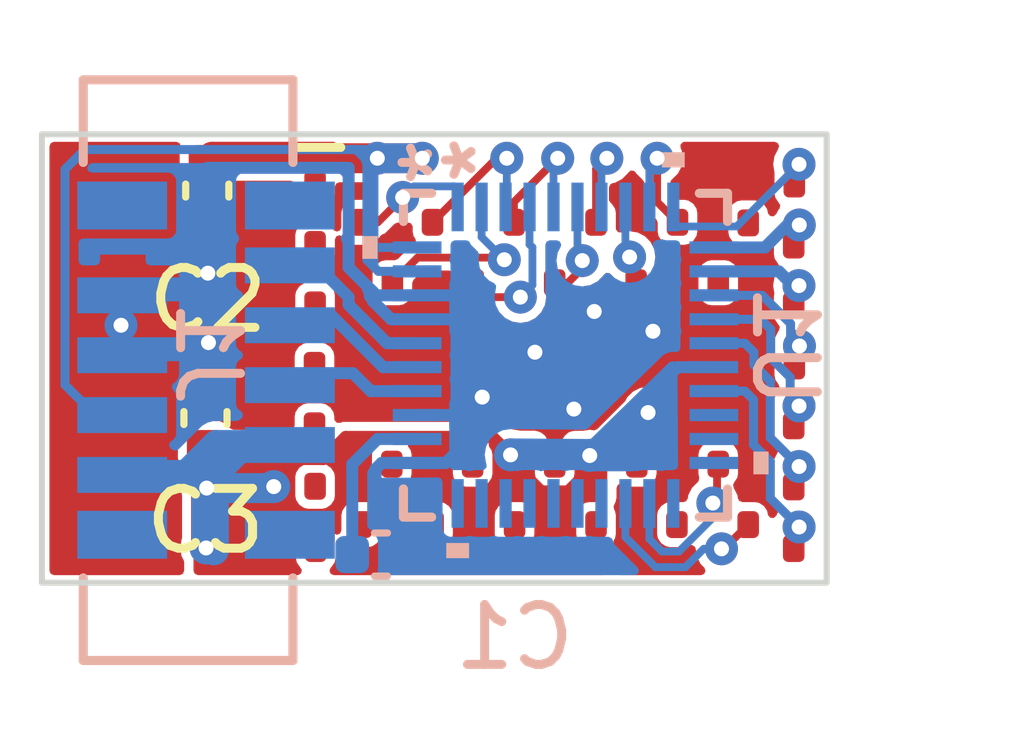
<source format=kicad_pcb>
(kicad_pcb (version 20240108) (generator "pcbnew") (generator_version "8.0")
  (layers (0 "F.Cu" signal) (31 "B.Cu" signal) (34 "B.Paste" user) (35 "F.Paste" user) (36 "B.SilkS" user "B.Silkscreen") (37 "F.SilkS" user "F.Silkscreen") (38 "B.Mask" user) (39 "F.Mask" user) (44 "Edge.Cuts" user))
  (net 0 "")
  (net 1 "/Col8")
  (net 2 "/Col1")
  (net 3 "/Col2")
  (net 4 "/Col3")
  (net 5 "/Col4")
  (net 6 "/Col5")
  (net 7 "/Col6")
  (net 8 "/Col7")
  (net 9 "/Col10")
  (net 10 "/Col9")
  (net 11 "/Row1")
  (net 12 "/Row2")
  (net 13 "/Row3")
  (net 14 "/Row4")
  (net 15 "/Row5")
  (net 16 "/Row6")
  (net 17 "/Row7")
  (net 18 "/Col11")
  (net 19 "/VLED")
  (net 31 "GND")
  (net 32 "Net-(U1-VCAP)")
  (net 33 "/Vsync")
  (net 34 "/SCL")
  (net 35 "/SDA")
  (net 36 "+5V")
  (footprint "Custom footprints:Column Via" (layer "F.Cu") (at 5.26 6.2 180)
    (property "Reference" "H17" (hide yes))
    (property "Value" "Via Pad" (hide yes))
    (pad "1" smd roundrect (at 0 0 180) (size 0.36 0.45) (layers "F.Cu" "F.Paste" "F.Mask") (net 7 "/Col6"))
  )
  (footprint "Custom footprints:Column Via" (layer "F.Cu") (at 7.99 3.17 180)
    (property "Reference" "H34" (hide yes))
    (property "Value" "Via Pad" (hide yes))
    (pad "1" smd roundrect (at 0 0 180) (size 0.36 0.45) (layers "F.Cu" "F.Paste" "F.Mask") (net 9 "/Col10"))
  )
  (footprint "Custom footprints:Column Via" (layer "F.Cu") (at 9.25 6.58)
    (property "Reference" "H11" (hide yes))
    (property "Value" "Via Pad" (hide yes))
    (pad "1" smd roundrect (at 0 0) (size 0.36 0.45) (layers "F.Cu" "F.Paste" "F.Mask") (net 16 "/Row6"))
  )
  (footprint "Custom footprints:Column Via" (layer "F.Cu") (at 2.54 6.2 180)
    (property "Reference" "H26" (hide yes))
    (property "Value" "Via Pad" (hide yes))
    (pad "1" smd roundrect (at 0 0 180) (size 0.36 0.45) (layers "F.Cu" "F.Paste" "F.Mask") (net 3 "/Col2"))
  )
  (footprint "Custom footprints:Column Via" (layer "F.Cu") (at 9.25 3.55)
    (property "Reference" "H5" (hide yes))
    (property "Value" "Via Pad" (hide yes))
    (pad "1" smd roundrect (at 0 0) (size 0.36 0.45) (layers "F.Cu" "F.Paste" "F.Mask") (net 13 "/Row3"))
  )
  (footprint "Custom footprints:Column Via" (layer "F.Cu") (at 1.26 3.54)
    (property "Reference" "H6" (hide yes))
    (property "Value" "Via Pad" (hide yes))
    (pad "1" smd roundrect (at 0 0) (size 0.36 0.45) (layers "F.Cu" "F.Paste" "F.Mask") (net 13 "/Row3"))
  )
  (footprint "Custom footprints:Column Via" (layer "F.Cu") (at 2.55 3.17 180)
    (property "Reference" "H25" (hide yes))
    (property "Value" "Via Pad" (hide yes))
    (pad "1" smd roundrect (at 0 0 180) (size 0.36 0.45) (layers "F.Cu" "F.Paste" "F.Mask") (net 3 "/Col2"))
  )
  (footprint "Custom footprints:Column Via" (layer "F.Cu") (at 7.99 6.2 180)
    (property "Reference" "H33" (hide yes))
    (property "Value" "Via Pad" (hide yes))
    (pad "1" smd roundrect (at 0 0 180) (size 0.36 0.45) (layers "F.Cu" "F.Paste" "F.Mask") (net 9 "/Col10"))
  )
  (footprint "Custom footprints:Column Via" (layer "F.Cu") (at 4.59 7.21 180)
    (property "Reference" "H20" (hide yes))
    (property "Value" "Via Pad" (hide yes))
    (pad "1" smd roundrect (at 0 0 180) (size 0.36 0.45) (layers "F.Cu" "F.Paste" "F.Mask") (net 6 "/Col5"))
  )
  (footprint "Custom footprints:Column Via" (layer "F.Cu") (at 9.26 1.52)
    (property "Reference" "H1" (hide yes))
    (property "Value" "Via Pad" (hide yes))
    (pad "1" smd roundrect (at 0 0) (size 0.36 0.45) (layers "F.Cu" "F.Paste" "F.Mask") (net 11 "/Row1"))
  )
  (footprint "Custom footprints:Column Via" (layer "F.Cu") (at 8.49 2.17 180)
    (property "Reference" "H36" (hide yes))
    (property "Value" "Via Pad" (hide yes))
    (pad "1" smd roundrect (at 0 0 180) (size 0.36 0.45) (layers "F.Cu" "F.Paste" "F.Mask") (net 18 "/Col11"))
  )
  (footprint "Custom footprints:Column Via" (layer "F.Cu") (at 4.58 2.16 180)
    (property "Reference" "H19" (hide yes))
    (property "Value" "Via Pad" (hide yes))
    (pad "1" smd roundrect (at 0 0 180) (size 0.36 0.45) (layers "F.Cu" "F.Paste" "F.Mask") (net 6 "/Col5"))
  )
  (footprint "Custom footprints:Column Via" (layer "F.Cu") (at 5.95 2.16 180)
    (property "Reference" "H15" (hide yes))
    (property "Value" "Via Pad" (hide yes))
    (pad "1" smd roundrect (at 0 0 180) (size 0.36 0.45) (layers "F.Cu" "F.Paste" "F.Mask") (net 8 "/Col7"))
  )
  (footprint "Capacitor_SMD:C_0402_1005Metric" (layer "F.Cu") (at -0.54 1.63 -90)
    (property "Reference" "C2" (at 1.83 -0.01 180) (layer "F.SilkS"))
    (property "Value" "1µF")
    (fp_line (start -0.107836 0.36) (end 0.107836 0.36) (stroke (width 0.12)) (layer "F.SilkS"))
    (fp_line (start -0.107836 -0.36) (end 0.107836 -0.36) (stroke (width 0.12)) (layer "F.SilkS"))
    (pad "1" smd roundrect (at -0.48 0 270) (size 0.56 0.62) (layers "F.Cu" "F.Paste" "F.Mask") (net 36 "+5V"))
    (pad "2" smd roundrect (at 0.48 0 270) (size 0.56 0.62) (layers "F.Cu" "F.Paste" "F.Mask") (net 31 "GND"))
  )
  (footprint "Custom footprints:Column Via" (layer "F.Cu") (at 7.31 2.16 180)
    (property "Reference" "H32" (hide yes))
    (property "Value" "Via Pad" (hide yes))
    (pad "1" smd roundrect (at 0 0 180) (size 0.36 0.45) (layers "F.Cu" "F.Paste" "F.Mask") (net 10 "/Col9"))
  )
  (footprint "Custom footprints:Column Via" (layer "F.Cu") (at 3.9 3.17 180)
    (property "Reference" "H21" (hide yes))
    (property "Value" "Via Pad" (hide yes))
    (pad "1" smd roundrect (at 0 0 180) (size 0.36 0.45) (layers "F.Cu" "F.Paste" "F.Mask") (net 5 "/Col4"))
  )
  (footprint "Custom footprints:Column Via" (layer "F.Cu") (at 9.25 7.61)
    (property "Reference" "H13" (hide yes))
    (property "Value" "Via Pad" (hide yes))
    (pad "1" smd roundrect (at 0 0) (size 0.36 0.45) (layers "F.Cu" "F.Paste" "F.Mask") (net 17 "/Row7"))
  )
  (footprint "Custom footprints:Column Via" (layer "F.Cu") (at 9.26 4.56)
    (property "Reference" "H7" (hide yes))
    (property "Value" "Via Pad" (hide yes))
    (pad "1" smd roundrect (at 0 0) (size 0.36 0.45) (layers "F.Cu" "F.Paste" "F.Mask") (net 14 "/Row4"))
  )
  (footprint "Custom footprints:Column Via" (layer "F.Cu") (at 9.25 5.56)
    (property "Reference" "H10" (hide yes))
    (property "Value" "Via Pad" (hide yes))
    (pad "1" smd roundrect (at 0 0) (size 0.36 0.45) (layers "F.Cu" "F.Paste" "F.Mask") (net 15 "/Row5"))
  )
  (footprint "Custom footprints:Column Via" (layer "F.Cu") (at 2.03 7.21 180)
    (property "Reference" "H27" (hide yes))
    (property "Value" "Via Pad" (hide yes))
    (pad "1" smd roundrect (at 0 0 180) (size 0.36 0.45) (layers "F.Cu" "F.Paste" "F.Mask") (net 2 "/Col1"))
  )
  (footprint "Custom footprints:Column Via" (layer "F.Cu") (at 2.03 2.16 180)
    (property "Reference" "H28" (hide yes))
    (property "Value" "Via Pad" (hide yes))
    (pad "1" smd roundrect (at 0 0 180) (size 0.36 0.45) (layers "F.Cu" "F.Paste" "F.Mask") (net 2 "/Col1"))
  )
  (footprint "Custom footprints:Column Via" (layer "F.Cu") (at 1.26 1.52)
    (property "Reference" "H2" (hide yes))
    (property "Value" "Via Pad" (hide yes))
    (pad "1" smd roundrect (at 0 0) (size 0.36 0.45) (layers "F.Cu" "F.Paste" "F.Mask") (net 11 "/Row1"))
  )
  (footprint "Custom footprints:Column Via" (layer "F.Cu") (at 7.3 7.21 180)
    (property "Reference" "H31" (hide yes))
    (property "Value" "Via Pad" (hide yes))
    (pad "1" smd roundrect (at 0 0 180) (size 0.36 0.45) (layers "F.Cu" "F.Paste" "F.Mask") (net 10 "/Col9"))
  )
  (footprint "Custom footprints:Column Via" (layer "F.Cu") (at 9.25 2.54)
    (property "Reference" "H3" (hide yes))
    (property "Value" "Via Pad" (hide yes))
    (pad "1" smd roundrect (at 0 0) (size 0.36 0.45) (layers "F.Cu" "F.Paste" "F.Mask") (net 12 "/Row2"))
  )
  (footprint "Custom footprints:Column Via" (layer "F.Cu") (at 6.63 6.2 180)
    (property "Reference" "H29" (hide yes))
    (property "Value" "Via Pad" (hide yes))
    (pad "1" smd roundrect (at 0 0 180) (size 0.36 0.45) (layers "F.Cu" "F.Paste" "F.Mask") (net 1 "/Col8"))
  )
  (footprint "Custom footprints:Column Via" (layer "F.Cu") (at 3.89 6.2 180)
    (property "Reference" "H22" (hide yes))
    (property "Value" "Via Pad" (hide yes))
    (pad "1" smd roundrect (at 0 0 180) (size 0.36 0.45) (layers "F.Cu" "F.Paste" "F.Mask") (net 5 "/Col4"))
  )
  (footprint "Custom footprints:Column Via" (layer "F.Cu") (at 5.26 3.17 180)
    (property "Reference" "H18" (hide yes))
    (property "Value" "Via Pad" (hide yes))
    (pad "1" smd roundrect (at 0 0 180) (size 0.36 0.45) (layers "F.Cu" "F.Paste" "F.Mask") (net 7 "/Col6"))
  )
  (footprint "Custom footprints:Column Via" (layer "F.Cu") (at 3.23 7.21 180)
    (property "Reference" "H23" (hide yes))
    (property "Value" "Via Pad" (hide yes))
    (pad "1" smd roundrect (at 0 0 180) (size 0.36 0.45) (layers "F.Cu" "F.Paste" "F.Mask") (net 4 "/Col3"))
  )
  (footprint "Custom footprints:Column Via" (layer "F.Cu") (at 1.27 7.61)
    (property "Reference" "H14" (hide yes))
    (property "Value" "Via Pad" (hide yes))
    (pad "1" smd roundrect (at 0 0) (size 0.36 0.45) (layers "F.Cu" "F.Paste" "F.Mask") (net 17 "/Row7"))
  )
  (footprint "Custom footprints:Column Via" (layer "F.Cu") (at 3.22 2.16 180)
    (property "Reference" "H24" (hide yes))
    (property "Value" "Via Pad" (hide yes))
    (pad "1" smd roundrect (at 0 0 180) (size 0.36 0.45) (layers "F.Cu" "F.Paste" "F.Mask") (net 4 "/Col3"))
  )
  (footprint "Custom footprints:Column Via" (layer "F.Cu") (at 6.62 3.17 180)
    (property "Reference" "H30" (hide yes))
    (property "Value" "Via Pad" (hide yes))
    (pad "1" smd roundrect (at 0 0 180) (size 0.36 0.45) (layers "F.Cu" "F.Paste" "F.Mask") (net 1 "/Col8"))
  )
  (footprint "Custom footprints:Column Via" (layer "F.Cu") (at 1.25 5.56)
    (property "Reference" "H9" (hide yes))
    (property "Value" "Via Pad" (hide yes))
    (pad "1" smd roundrect (at 0 0) (size 0.36 0.45) (layers "F.Cu" "F.Paste" "F.Mask") (net 15 "/Row5"))
  )
  (footprint "Custom footprints:Column Via" (layer "F.Cu") (at 8.49 7.21 180)
    (property "Reference" "H35" (hide yes))
    (property "Value" "Via Pad" (hide yes))
    (pad "1" smd roundrect (at 0 0 180) (size 0.36 0.45) (layers "F.Cu" "F.Paste" "F.Mask") (net 18 "/Col11"))
  )
  (footprint "Custom footprints:Column Via" (layer "F.Cu") (at 1.25 4.55)
    (property "Reference" "H8" (hide yes))
    (property "Value" "Via Pad" (hide yes))
    (pad "1" smd roundrect (at 0 0) (size 0.36 0.45) (layers "F.Cu" "F.Paste" "F.Mask") (net 14 "/Row4"))
  )
  (footprint "Custom footprints:Column Via" (layer "F.Cu") (at 5.95 7.21 180)
    (property "Reference" "H16" (hide yes))
    (property "Value" "Via Pad" (hide yes))
    (pad "1" smd roundrect (at 0 0 180) (size 0.36 0.45) (layers "F.Cu" "F.Paste" "F.Mask") (net 8 "/Col7"))
  )
  (footprint "Custom footprints:Column Via" (layer "F.Cu") (at 1.26 6.57)
    (property "Reference" "H12" (hide yes))
    (property "Value" "Via Pad" (hide yes))
    (pad "1" smd roundrect (at 0 0) (size 0.36 0.45) (layers "F.Cu" "F.Paste" "F.Mask") (net 16 "/Row6"))
  )
  (footprint "Capacitor_SMD:C_0402_1005Metric" (layer "F.Cu") (at -0.57 5.43 -90)
    (property "Reference" "C3" (at 1.72 0 180) (layer "F.SilkS"))
    (property "Value" "1µF")
    (fp_line (start -0.107836 0.36) (end 0.107836 0.36) (stroke (width 0.12)) (layer "F.SilkS"))
    (fp_line (start -0.107836 -0.36) (end 0.107836 -0.36) (stroke (width 0.12)) (layer "F.SilkS"))
    (pad "1" smd roundrect (at -0.48 0 270) (size 0.56 0.62) (layers "F.Cu" "F.Paste" "F.Mask") (net 31 "GND"))
    (pad "2" smd roundrect (at 0.48 0 270) (size 0.56 0.62) (layers "F.Cu" "F.Paste" "F.Mask") (net 19 "/VLED"))
  )
  (footprint "Custom footprints:Column Via" (layer "F.Cu") (at 1.26 2.53)
    (property "Reference" "H4" (hide yes))
    (property "Value" "Via Pad" (hide yes))
    (pad "1" smd roundrect (at 0 0) (size 0.36 0.45) (layers "F.Cu" "F.Paste" "F.Mask") (net 12 "/Row2"))
  )
  (footprint "Custom:heatsink" (layer "B.Cu") (at 9.8 0.18 180)
    (property "Reference" "HS1" (hide yes))
    (property "Value" "Heatsink")
  )
  (footprint "Capacitor_SMD:C_0402_1005Metric" (layer "B.Cu") (at 2.36 7.71)
    (property "Reference" "C1" (at 2.23 1.38 0) (layer "B.SilkS") (effects (justify mirror)))
    (property "Value" "1µF")
    (fp_line (start 0.107836 -0.36) (end -0.107836 -0.36) (stroke (width 0.12)) (layer "B.SilkS"))
    (fp_line (start 0.107836 0.36) (end -0.107836 0.36) (stroke (width 0.12)) (layer "B.SilkS"))
    (pad "1" smd roundrect (at -0.48 0) (size 0.56 0.62) (layers "B.Cu" "B.Paste" "B.Mask") (net 32 "Net-(U1-VCAP)"))
    (pad "2" smd roundrect (at 0.48 0) (size 0.56 0.62) (layers "B.Cu" "B.Paste" "B.Mask") (net 31 "GND"))
  )
  (footprint "Custom:VQFN40-RKP_TEX" (layer "B.Cu") (at 5.44 4.38 -90)
    (property "Reference" "U1" (at -0.15 -3.66 -90) (layer "B.SilkS") (effects (justify mirror)))
    (property "Value" "LP5868TRKPR" (hide yes))
    (fp_line (start -2.7051 2.7051) (end -2.7051 2.234339) (stroke (width 0.1524)) (layer "B.SilkS"))
    (fp_line (start -2.234339 2.7051) (end -2.7051 2.7051) (stroke (width 0.1524)) (layer "B.SilkS"))
    (fp_line (start 2.7051 2.7051) (end 2.234339 2.7051) (stroke (width 0.1524)) (layer "B.SilkS"))
    (fp_line (start 2.7051 2.234339) (end 2.7051 2.7051) (stroke (width 0.1524)) (layer "B.SilkS"))
    (fp_line (start -2.7051 -2.234339) (end -2.7051 -2.7051) (stroke (width 0.1524)) (layer "B.SilkS"))
    (fp_line (start -2.7051 -2.7051) (end -2.234339 -2.7051) (stroke (width 0.1524)) (layer "B.SilkS"))
    (fp_line (start 2.234339 -2.7051) (end 2.7051 -2.7051) (stroke (width 0.1524)) (layer "B.SilkS"))
    (fp_line (start 2.7051 -2.7051) (end 2.7051 -2.234339) (stroke (width 0.1524)) (layer "B.SilkS"))
    (fp_poly (pts (xy -1.990499 3.1369) (xy -1.990499 3.3909) (xy -1.609499 3.3909) (xy -1.609499 3.1369)) (fill solid) (layer "B.SilkS"))
    (fp_poly (pts (xy 3.3909 1.990499) (xy 3.3909 1.609499) (xy 3.1369 1.609499) (xy 3.1369 1.990499)) (fill solid) (layer "B.SilkS"))
    (fp_poly (pts (xy -3.3909 -1.609499) (xy -3.3909 -1.990499) (xy -3.1369 -1.990499) (xy -3.1369 -1.609499)) (fill solid) (layer "B.SilkS"))
    (fp_poly (pts (xy 1.609499 -3.1369) (xy 1.609499 -3.3909) (xy 1.990499 -3.3909) (xy 1.990499 -3.1369)) (fill solid) (layer "B.SilkS"))
    (fp_text user "*" (at -3.26 1.46 90) (layer "B.SilkS") (effects (justify mirror)))
    (pad "1" smd rect (at -2.4765 1.799999 180) (size 0.2032 0.8128) (layers "B.Cu" "B.Paste" "B.Mask") (net 2 "/Col1"))
    (pad "2" smd rect (at -2.4765 1.4 180) (size 0.2032 0.8128) (layers "B.Cu" "B.Paste" "B.Mask") (net 3 "/Col2"))
    (pad "3" smd rect (at -2.4765 1.000001 180) (size 0.2032 0.8128) (layers "B.Cu" "B.Paste" "B.Mask") (net 4 "/Col3"))
    (pad "4" smd rect (at -2.4765 0.599999 180) (size 0.2032 0.8128) (layers "B.Cu" "B.Paste" "B.Mask") (net 5 "/Col4"))
    (pad "5" smd rect (at -2.4765 0.2 180) (size 0.2032 0.8128) (layers "B.Cu" "B.Paste" "B.Mask") (net 6 "/Col5"))
    (pad "6" smd rect (at -2.4765 -0.2 180) (size 0.2032 0.8128) (layers "B.Cu" "B.Paste" "B.Mask") (net 7 "/Col6"))
    (pad "7" smd rect (at -2.4765 -0.599999 180) (size 0.2032 0.8128) (layers "B.Cu" "B.Paste" "B.Mask") (net 8 "/Col7"))
    (pad "8" smd rect (at -2.4765 -1.000001 180) (size 0.2032 0.8128) (layers "B.Cu" "B.Paste" "B.Mask") (net 1 "/Col8"))
    (pad "9" smd rect (at -2.4765 -1.4 180) (size 0.2032 0.8128) (layers "B.Cu" "B.Paste" "B.Mask") (net 10 "/Col9"))
    (pad "10" smd rect (at -2.4765 -1.799999 180) (size 0.2032 0.8128) (layers "B.Cu" "B.Paste" "B.Mask") (net 11 "/Row1"))
    (pad "11" smd rect (at -1.799999 -2.4765 270) (size 0.2032 0.8128) (layers "B.Cu" "B.Paste" "B.Mask") (net 12 "/Row2"))
    (pad "12" smd rect (at -1.4 -2.4765 270) (size 0.2032 0.8128) (layers "B.Cu" "B.Paste" "B.Mask") (net 13 "/Row3"))
    (pad "13" smd rect (at -1.000001 -2.4765 270) (size 0.2032 0.8128) (layers "B.Cu" "B.Paste" "B.Mask") (net 14 "/Row4"))
    (pad "14" smd rect (at -0.599999 -2.4765 270) (size 0.2032 0.8128) (layers "B.Cu" "B.Paste" "B.Mask") (net 15 "/Row5"))
    (pad "15" smd rect (at -0.2 -2.4765 270) (size 0.2032 0.8128) (layers "B.Cu" "B.Paste" "B.Mask") (net 16 "/Row6"))
    (pad "16" smd rect (at 0.2 -2.4765 270) (size 0.2032 0.8128) (layers "B.Cu" "B.Paste" "B.Mask") (net 19 "/VLED"))
    (pad "17" smd rect (at 0.599999 -2.4765 270) (size 0.2032 0.8128) (layers "B.Cu" "B.Paste" "B.Mask") (net 17 "/Row7"))
    (pad "18" smd rect (at 1.000001 -2.4765 270) (size 0.2032 0.8128) (layers "B.Cu" "B.Paste" "B.Mask"))
    (pad "19" smd rect (at 1.4 -2.4765 270) (size 0.2032 0.8128) (layers "B.Cu" "B.Paste" "B.Mask"))
    (pad "20" smd rect (at 1.799999 -2.4765 270) (size 0.2032 0.8128) (layers "B.Cu" "B.Paste" "B.Mask"))
    (pad "21" smd rect (at 2.4765 -1.799999 180) (size 0.2032 0.8128) (layers "B.Cu" "B.Paste" "B.Mask"))
    (pad "22" smd rect (at 2.4765 -1.4 180) (size 0.2032 0.8128) (layers "B.Cu" "B.Paste" "B.Mask") (net 9 "/Col10"))
    (pad "23" smd rect (at 2.4765 -1.000001 180) (size 0.2032 0.8128) (layers "B.Cu" "B.Paste" "B.Mask") (net 18 "/Col11"))
    (pad "24" smd rect (at 2.4765 -0.599999 180) (size 0.2032 0.8128) (layers "B.Cu" "B.Paste" "B.Mask"))
    (pad "25" smd rect (at 2.4765 -0.2 180) (size 0.2032 0.8128) (layers "B.Cu" "B.Paste" "B.Mask"))
    (pad "26" smd rect (at 2.4765 0.2 180) (size 0.2032 0.8128) (layers "B.Cu" "B.Paste" "B.Mask"))
    (pad "27" smd rect (at 2.4765 0.599999 180) (size 0.2032 0.8128) (layers "B.Cu" "B.Paste" "B.Mask"))
    (pad "28" smd rect (at 2.4765 1.000001 180) (size 0.2032 0.8128) (layers "B.Cu" "B.Paste" "B.Mask"))
    (pad "29" smd rect (at 2.4765 1.4 180) (size 0.2032 0.8128) (layers "B.Cu" "B.Paste" "B.Mask"))
    (pad "30" smd rect (at 2.4765 1.799999 180) (size 0.2032 0.8128) (layers "B.Cu" "B.Paste" "B.Mask"))
    (pad "31" smd rect (at 1.799999 2.4765 270) (size 0.2032 0.8128) (layers "B.Cu" "B.Paste" "B.Mask") (net 31 "GND"))
    (pad "32" smd rect (at 1.4 2.4765 270) (size 0.2032 0.8128) (layers "B.Cu" "B.Paste" "B.Mask") (net 32 "Net-(U1-VCAP)"))
    (pad "33" smd rect (at 1.000001 2.4765 270) (size 0.2032 0.8128) (layers "B.Cu" "B.Paste" "B.Mask") (net 31 "GND"))
    (pad "34" smd rect (at 0.599999 2.4765 270) (size 0.2032 0.8128) (layers "B.Cu" "B.Paste" "B.Mask") (net 33 "/Vsync"))
    (pad "35" smd rect (at 0.2 2.4765 270) (size 0.2032 0.8128) (layers "B.Cu" "B.Paste" "B.Mask") (net 34 "/SCL"))
    (pad "36" smd rect (at -0.2 2.4765 270) (size 0.2032 0.8128) (layers "B.Cu" "B.Paste" "B.Mask") (net 35 "/SDA"))
    (pad "37" smd rect (at -0.599999 2.4765 270) (size 0.2032 0.8128) (layers "B.Cu" "B.Paste" "B.Mask") (net 31 "GND"))
    (pad "38" smd rect (at -1.000001 2.4765 270) (size 0.2032 0.8128) (layers "B.Cu" "B.Paste" "B.Mask") (net 31 "GND"))
    (pad "39" smd rect (at -1.4 2.4765 270) (size 0.2032 0.8128) (layers "B.Cu" "B.Paste" "B.Mask") (net 36 "+5V"))
    (pad "40" smd rect (at -1.799999 2.4765 270) (size 0.2032 0.8128) (layers "B.Cu" "B.Paste" "B.Mask") (net 36 "+5V"))
  )
  (footprint "Custom:CON_525590870_MOL - 8x ribbon vert" (layer "B.Cu") (at -0.56 4.63 -90)
    (property "Reference" "J1" (at -0.28 -0.03 -90) (layer "B.SilkS") (effects (justify mirror)))
    (property "Value" "0525590870" (hide yes))
    (fp_line (start -4.84999 2.050001) (end -3.470035 2.050001) (stroke (width 0.1524)) (layer "B.SilkS"))
    (fp_line (start 3.470035 2.050001) (end 4.84999 2.050001) (stroke (width 0.1524)) (layer "B.SilkS"))
    (fp_line (start 4.84999 2.050001) (end 4.84999 -1.45) (stroke (width 0.1524)) (layer "B.SilkS"))
    (fp_line (start -4.84999 -1.45) (end -4.84999 2.050001) (stroke (width 0.1524)) (layer "B.SilkS"))
    (fp_line (start -3.470035 -1.45) (end -4.84999 -1.45) (stroke (width 0.1524)) (layer "B.SilkS"))
    (fp_line (start 4.84999 -1.45) (end 3.470035 -1.45) (stroke (width 0.1524)) (layer "B.SilkS"))
    (fp_text user "*" (at -3.95 -4.4 90) (layer "B.SilkS") (effects (justify left bottom mirror)))
    (pad "1" smd rect (at -1.749996 -1.4 270) (size 0.6 1.5) (layers "B.Cu" "B.Paste" "B.Mask") (net 35 "/SDA"))
    (pad "2" smd rect (at -1.249996 1.4 270) (size 0.6 1.5) (layers "B.Cu" "B.Paste" "B.Mask") (net 31 "GND"))
    (pad "3" smd rect (at -0.749996 -1.4 270) (size 0.6 1.5) (layers "B.Cu" "B.Paste" "B.Mask") (net 34 "/SCL"))
    (pad "4" smd rect (at -0.249996 1.4 270) (size 0.6 1.5) (layers "B.Cu" "B.Paste" "B.Mask") (net 31 "GND"))
    (pad "5" smd rect (at 0.250004 -1.4 270) (size 0.6 1.5) (layers "B.Cu" "B.Paste" "B.Mask") (net 33 "/Vsync"))
    (pad "6" smd rect (at 0.750004 1.4 270) (size 0.6 1.5) (layers "B.Cu" "B.Paste" "B.Mask") (net 36 "+5V"))
    (pad "7" smd rect (at 1.250004 -1.4 270) (size 0.6 1.5) (layers "B.Cu" "B.Paste" "B.Mask") (net 19 "/VLED"))
    (pad "8" smd rect (at 1.750004 1.4 270) (size 0.6 1.5) (layers "B.Cu" "B.Paste" "B.Mask") (net 19 "/VLED"))
    (pad "9" smd rect (at -2.749995 -1.4 270) (size 0.8 1.5) (layers "B.Cu" "B.Paste" "B.Mask"))
    (pad "9" smd rect (at -2.749995 1.4 270) (size 0.8 1.5) (layers "B.Cu" "B.Paste" "B.Mask"))
    (pad "9" smd rect (at 2.749995 -1.4 270) (size 0.8 1.5) (layers "B.Cu" "B.Paste" "B.Mask"))
    (pad "9" smd rect (at 2.749995 1.4 270) (size 0.8 1.5) (layers "B.Cu" "B.Paste" "B.Mask"))
  )
  (gr_rect (start -3.3 0.69) (end 9.8 8.18) (stroke (width 0.1)) (fill none) (layer "Edge.Cuts"))
  (gr_text "-" (at 0.59 1.42 0) (layer "F.SilkS") (effects (font (size 1 1)) (justify left bottom)))
  (segment (start 6.62 3.17) (end 6.62 2.745403) (width 0.13) (layer "F.Cu") (net 1))
  (segment (start 6.62 2.745403) (end 6.534325 2.659728) (width 0.13) (layer "F.Cu") (net 1))
  (via (at 6.51 2.74) (size 0.55) (drill 0.25) (layers "F.Cu" "B.Cu") (net 1))
  (segment (start 6.440001 2.565404) (end 6.534325 2.659728) (width 0.13) (layer "B.Cu") (net 1))
  (segment (start 6.440001 1.9035) (end 6.440001 2.565404) (width 0.13) (layer "B.Cu") (net 1))
  (segment (start 2.30676 2.16) (end 2.72176 1.745) (width 0.13) (layer "F.Cu") (net 2))
  (segment (start 2.03 2.16) (end 2.30676 2.16) (width 0.13) (layer "F.Cu") (net 2))
  (via (at 2.72176 1.745) (size 0.55) (drill 0.25) (layers "F.Cu" "B.Cu") (net 2))
  (segment (start 3.58 1.56) (end 3.59 1.57) (width 0.13) (layer "B.Cu") (net 2))
  (segment (start 2.90676 1.56) (end 3.58 1.56) (width 0.13) (layer "B.Cu") (net 2))
  (segment (start 2.72176 1.745) (end 2.90676 1.56) (width 0.13) (layer "B.Cu") (net 2))
  (segment (start 2.55 3.17) (end 2.97 2.75) (width 0.13) (layer "F.Cu") (net 3))
  (segment (start 4.383045 2.75) (end 4.418111 2.785066) (width 0.13) (layer "F.Cu") (net 3))
  (segment (start 2.97 2.75) (end 4.383045 2.75) (width 0.13) (layer "F.Cu") (net 3))
  (via (at 4.418111 2.785066) (size 0.55) (drill 0.25) (layers "F.Cu" "B.Cu") (net 3))
  (segment (start 4.418111 2.785066) (end 4.04 2.406955) (width 0.13) (layer "B.Cu") (net 3))
  (segment (start 4.04 2.406955) (end 4.04 1.9035) (width 0.13) (layer "B.Cu") (net 3))
  (segment (start 3.22 2.16) (end 4.29 1.09) (width 0.13) (layer "F.Cu") (net 4))
  (segment (start 4.29 1.09) (end 4.46 1.09) (width 0.13) (layer "F.Cu") (net 4))
  (via (at 4.46 1.09) (size 0.55) (drill 0.25) (layers "F.Cu" "B.Cu") (net 4))
  (segment (start 4.46 1.09) (end 4.46 1.883499) (width 0.13) (layer "B.Cu") (net 4))
  (segment (start 4.46 1.883499) (end 4.439999 1.9035) (width 0.13) (layer "B.Cu") (net 4))
  (segment (start 3.9 3.17) (end 4.139996 3.409996) (width 0.13) (layer "F.Cu") (net 5))
  (segment (start 4.139996 3.409996) (end 4.686188 3.409996) (width 0.13) (layer "F.Cu") (net 5))
  (via (at 4.686188 3.409996) (size 0.55) (drill 0.25) (layers "F.Cu" "B.Cu") (net 5))
  (segment (start 4.840001 2.530001) (end 4.840001 1.9035) (width 0.13) (layer "B.Cu") (net 5))
  (segment (start 4.888111 3.208073) (end 4.888111 2.578111) (width 0.13) (layer "B.Cu") (net 5))
  (segment (start 4.888111 2.578111) (end 4.840001 2.530001) (width 0.13) (layer "B.Cu") (net 5))
  (segment (start 4.686188 3.409996) (end 4.888111 3.208073) (width 0.13) (layer "B.Cu") (net 5))
  (segment (start 4.58 1.82) (end 5.31 1.09) (width 0.13) (layer "F.Cu") (net 6))
  (segment (start 4.58 2.16) (end 4.58 1.82) (width 0.13) (layer "F.Cu") (net 6))
  (via (at 5.31 1.09) (size 0.55) (drill 0.25) (layers "F.Cu" "B.Cu") (net 6))
  (segment (start 5.24 1.16) (end 5.31 1.09) (width 0.13) (layer "B.Cu") (net 6))
  (segment (start 5.24 1.9035) (end 5.24 1.16) (width 0.13) (layer "B.Cu") (net 6))
  (segment (start 5.26 3.17) (end 5.48 3.17) (width 0.13) (layer "F.Cu") (net 7))
  (segment (start 5.48 3.17) (end 5.83 2.82) (width 0.13) (layer "F.Cu") (net 7))
  (via (at 5.72 2.8) (size 0.55) (drill 0.25) (layers "F.Cu" "B.Cu") (net 7))
  (segment (start 5.64 2.63) (end 5.64 1.9035) (width 0.13) (layer "B.Cu") (net 7))
  (segment (start 5.83 2.82) (end 5.64 2.63) (width 0.13) (layer "B.Cu") (net 7))
  (segment (start 5.95 2.16) (end 5.95 1.27) (width 0.13) (layer "F.Cu") (net 8))
  (segment (start 5.95 1.27) (end 6.13 1.09) (width 0.13) (layer "F.Cu") (net 8))
  (via (at 6.13 1.09) (size 0.55) (drill 0.25) (layers "F.Cu" "B.Cu") (net 8))
  (segment (start 6.039999 1.9035) (end 6.039999 1.180001) (width 0.13) (layer "B.Cu") (net 8))
  (segment (start 6.039999 1.180001) (end 6.13 1.09) (width 0.13) (layer "B.Cu") (net 8))
  (segment (start 7.97 6.78) (end 7.9 6.85) (width 0.13) (layer "F.Cu") (net 9))
  (segment (start 7.97 6.2) (end 7.97 6.78) (width 0.13) (layer "F.Cu") (net 9))
  (via (at 7.9 6.85) (size 0.55) (drill 0.25) (layers "F.Cu" "B.Cu") (net 9))
  (segment (start 7.05 7.66) (end 7.334499 7.66) (width 0.13) (layer "B.Cu") (net 9))
  (segment (start 6.84 7.45) (end 7.05 7.66) (width 0.13) (layer "B.Cu") (net 9))
  (segment (start 7.9 7.094499) (end 7.334499 7.66) (width 0.13) (layer "B.Cu") (net 9))
  (segment (start 6.84 6.8565) (end 6.84 7.45) (width 0.13) (layer "B.Cu") (net 9))
  (segment (start 7.9 6.85) (end 7.9 7.094499) (width 0.13) (layer "B.Cu") (net 9))
  (segment (start 6.97 1.09) (end 6.97 1.82) (width 0.13) (layer "F.Cu") (net 10))
  (segment (start 6.97 1.82) (end 7.31 2.16) (width 0.13) (layer "F.Cu") (net 10))
  (via (at 6.97 1.09) (size 0.55) (drill 0.25) (layers "F.Cu" "B.Cu") (net 10))
  (segment (start 6.84 1.22) (end 6.97 1.09) (width 0.13) (layer "B.Cu") (net 10))
  (segment (start 6.84 1.9035) (end 6.84 1.22) (width 0.13) (layer "B.Cu") (net 10))
  (via (at 9.338156 1.190954) (size 0.55) (drill 0.25) (layers "F.Cu" "B.Cu") (net 11))
  (segment (start 7.239999 1.9035) (end 7.239999 2.229999) (width 0.13) (layer "B.Cu") (net 11))
  (segment (start 8.299111 2.229999) (end 9.338156 1.190954) (width 0.13) (layer "B.Cu") (net 11))
  (segment (start 7.239999 2.229999) (end 8.299111 2.229999) (width 0.13) (layer "B.Cu") (net 11))
  (via (at 9.342776 2.204861) (size 0.55) (drill 0.25) (layers "F.Cu" "B.Cu") (net 12))
  (segment (start 8.768526 2.580001) (end 9.19462 2.153907) (width 0.2) (layer "B.Cu") (net 12))
  (segment (start 7.9165 2.580001) (end 8.768526 2.580001) (width 0.2) (layer "B.Cu") (net 12))
  (via (at 9.337332 3.217113) (size 0.55) (drill 0.25) (layers "F.Cu" "B.Cu") (net 13))
  (segment (start 7.9165 2.98) (end 9.003017 2.98) (width 0.2) (layer "B.Cu") (net 13))
  (segment (start 9.003017 2.98) (end 9.189176 3.166159) (width 0.2) (layer "B.Cu") (net 13))
  (via (at 9.345547 4.226138) (size 0.55) (drill 0.25) (layers "F.Cu" "B.Cu") (net 14))
  (segment (start 8.724193 3.379999) (end 9.197391 3.853197) (width 0.15) (layer "B.Cu") (net 14))
  (segment (start 9.197391 3.853197) (end 9.197391 4.175184) (width 0.15) (layer "B.Cu") (net 14))
  (segment (start 7.9165 3.379999) (end 8.724193 3.379999) (width 0.15) (layer "B.Cu") (net 14))
  (via (at 9.339043 5.228959) (size 0.55) (drill 0.25) (layers "F.Cu" "B.Cu") (net 15))
  (segment (start 8.700001 3.780001) (end 7.9165 3.780001) (width 0.15) (layer "B.Cu") (net 15))
  (segment (start 8.865547 3.945547) (end 8.700001 3.780001) (width 0.15) (layer "B.Cu") (net 15))
  (segment (start 9.190887 4.750301) (end 8.865547 4.424961) (width 0.15) (layer "B.Cu") (net 15))
  (segment (start 9.190887 5.178005) (end 9.190887 4.750301) (width 0.15) (layer "B.Cu") (net 15))
  (segment (start 8.865547 4.424961) (end 8.865547 3.945547) (width 0.15) (layer "B.Cu") (net 15))
  (via (at 9.339712 6.239686) (size 0.55) (drill 0.25) (layers "F.Cu" "B.Cu") (net 16))
  (segment (start 8.4345 4.18) (end 8.585547 4.331047) (width 0.15) (layer "B.Cu") (net 16))
  (segment (start 7.9165 4.18) (end 8.4345 4.18) (width 0.15) (layer "B.Cu") (net 16))
  (segment (start 8.859043 5.759017) (end 9.339712 6.239686) (width 0.15) (layer "B.Cu") (net 16))
  (segment (start 8.585547 4.540941) (end 8.859043 4.814437) (width 0.15) (layer "B.Cu") (net 16))
  (segment (start 8.859043 4.814437) (end 8.859043 5.759017) (width 0.15) (layer "B.Cu") (net 16))
  (segment (start 8.585547 4.331047) (end 8.585547 4.540941) (width 0.15) (layer "B.Cu") (net 16))
  (via (at 9.34 7.25) (size 0.55) (drill 0.25) (layers "F.Cu" "B.Cu") (net 17))
  (segment (start 8.434498 4.979999) (end 8.579043 5.124544) (width 0.15) (layer "B.Cu") (net 17))
  (segment (start 8.859712 6.155666) (end 8.859712 6.769712) (width 0.15) (layer "B.Cu") (net 17))
  (segment (start 8.579043 5.874997) (end 8.859712 6.155666) (width 0.15) (layer "B.Cu") (net 17))
  (segment (start 7.9165 4.979999) (end 8.434498 4.979999) (width 0.15) (layer "B.Cu") (net 17))
  (segment (start 8.579043 5.124544) (end 8.579043 5.874997) (width 0.15) (layer "B.Cu") (net 17))
  (segment (start 8.859712 6.769712) (end 9.34 7.25) (width 0.15) (layer "B.Cu") (net 17))
  (segment (start 8.08541 7.61459) (end 8.49 7.21) (width 0.13) (layer "F.Cu") (net 18))
  (segment (start 8.04459 7.61459) (end 8.08541 7.61459) (width 0.13) (layer "F.Cu") (net 18))
  (via (at 8.04459 7.61459) (size 0.55) (drill 0.25) (layers "F.Cu" "B.Cu") (net 18))
  (segment (start 6.440001 6.8565) (end 6.440001 7.417697) (width 0.13) (layer "B.Cu") (net 18))
  (segment (start 7.747605 7.61459) (end 8.04459 7.61459) (width 0.13) (layer "B.Cu") (net 18))
  (segment (start 6.942305 7.920001) (end 6.942304 7.92) (width 0.13) (layer "B.Cu") (net 18))
  (segment (start 6.440001 7.417697) (end 6.942305 7.920001) (width 0.13) (layer "B.Cu") (net 18))
  (segment (start 7.442194 7.920001) (end 7.747605 7.61459) (width 0.13) (layer "B.Cu") (net 18))
  (segment (start 7.157695 7.920001) (end 7.442194 7.920001) (width 0.13) (layer "B.Cu") (net 18))
  (segment (start 6.942304 7.92) (end 7.157696 7.92) (width 0.13) (layer "B.Cu") (net 18))
  (segment (start 7.157696 7.92) (end 7.157695 7.920001) (width 0.13) (layer "B.Cu") (net 18))
  (segment (start 4.522812 6.045098) (end 4.222714 5.745) (width 0.2) (layer "F.Cu") (net 19))
  (segment (start 0.882826 6.115) (end 0.397826 6.6) (width 0.2) (layer "F.Cu") (net 19))
  (segment (start 6.818276 5.338276) (end 6.811682 5.338276) (width 0.2) (layer "F.Cu") (net 19))
  (segment (start -0.55 5.93) (end -0.57 5.91) (width 0.5) (layer "F.Cu") (net 19))
  (segment (start 1.77 5.745) (end 1.4 6.115) (width 0.2) (layer "F.Cu") (net 19))
  (segment (start -0.56 7.6) (end -0.56 6.61) (width 0.5) (layer "F.Cu") (net 19))
  (segment (start -0.55 6.6) (end -0.55 5.93) (width 0.5) (layer "F.Cu") (net 19))
  (segment (start 1.4 6.115) (end 0.882826 6.115) (width 0.2) (layer "F.Cu") (net 19))
  (segment (start 6.811682 5.338276) (end 6.093941 6.056017) (width 0.2) (layer "F.Cu") (net 19))
  (segment (start 5.844999 6.056017) (end 5.883983 6.056017) (width 0.2) (layer "F.Cu") (net 19))
  (segment (start 6.093941 6.056017) (end 5.844999 6.056017) (width 0.2) (layer "F.Cu") (net 19))
  (segment (start -0.56 6.61) (end -0.55 6.6) (width 0.5) (layer "F.Cu") (net 19))
  (segment (start 5.883983 6.056017) (end 6.601724 5.338276) (width 0.2) (layer "F.Cu") (net 19))
  (segment (start 5.844999 6.056017) (end 5.844999 6.295043) (width 0.2) (layer "F.Cu") (net 19))
  (segment (start 5.844999 6.295043) (end 5.485042 6.655) (width 0.2) (layer "F.Cu") (net 19))
  (segment (start 5.485042 6.655) (end 5.034958 6.655) (width 0.2) (layer "F.Cu") (net 19))
  (segment (start 5.034958 6.655) (end 4.522812 6.142854) (width 0.2) (layer "F.Cu") (net 19))
  (segment (start -0.55 6.6) (end 0.397826 6.6) (width 0.5) (layer "F.Cu") (net 19))
  (segment (start 4.522812 6.142854) (end 4.522812 6.045098) (width 0.2) (layer "F.Cu") (net 19))
  (segment (start 6.601724 5.338276) (end 6.818276 5.338276) (width 0.2) (layer "F.Cu") (net 19))
  (segment (start 4.222714 5.745) (end 1.77 5.745) (width 0.2) (layer "F.Cu") (net 19))
  (via (at 5.844999 6.056017) (size 0.55) (drill 0.25) (layers "F.Cu" "B.Cu") (net 19))
  (via (at 6.818276 5.338276) (size 0.55) (drill 0.25) (layers "F.Cu" "B.Cu") (net 19))
  (via (at -0.55 6.6) (size 0.55) (drill 0.25) (layers "F.Cu" "B.Cu") (net 19))
  (via (at -0.56 7.6) (size 0.55) (drill 0.25) (layers "F.Cu" "B.Cu") (net 19))
  (via (at 4.522812 6.045098) (size 0.55) (drill 0.25) (layers "F.Cu" "B.Cu") (net 19))
  (via (at 0.57 6.574993) (size 0.55) (drill 0.25) (layers "F.Cu" "B.Cu") (net 19))
  (segment (start 5.844999 6.214999) (end 5.8501 6.2201) (width 0.2) (layer "B.Cu") (net 19))
  (segment (start 6.545 5.611551) (end 6.818276 5.338276) (width 0.2) (layer "B.Cu") (net 19))
  (segment (start -0.55 6.6) (end -0.55 7.59) (width 0.5) (layer "B.Cu") (net 19))
  (segment (start -0.460004 6.380004) (end -0.460004 6.510004) (width 0.5) (layer "B.Cu") (net 19))
  (segment (start 5.8502 6.22) (end 6.545 6.22) (width 0.2) (layer "B.Cu") (net 19))
  (segment (start 6.545 6.22) (end 6.545 5.611551) (width 0.2) (layer "B.Cu") (net 19))
  (segment (start -0.55 6.6) (end 0.544993 6.6) (width 0.5) (layer "B.Cu") (net 19))
  (segment (start -0.2 6.12) (end -0.43 6.35) (width 0.5) (layer "B.Cu") (net 19))
  (segment (start -0.460004 6.510004) (end -0.55 6.6) (width 0.5) (layer "B.Cu") (net 19))
  (segment (start 0.84 5.880004) (end 0.039996 5.880004) (width 0.5) (layer "B.Cu") (net 19))
  (segment (start 7.2 4.96) (end 7.2 4.6901) (width 0.2) (layer "B.Cu") (net 19))
  (segment (start -0.55 7.59) (end -0.56 7.6) (width 0.5) (layer "B.Cu") (net 19))
  (segment (start 0.84 5.880004) (end -0.380004 5.880004) (width 0.5) (layer "B.Cu") (net 19))
  (segment (start 5.844999 6.056017) (end 5.844999 6.214999) (width 0.2) (layer "B.Cu") (net 19))
  (segment (start -0.2 6.12) (end -0.460004 6.380004) (width 0.5) (layer "B.Cu") (net 19))
  (segment (start -0.380004 5.880004) (end -0.88 6.38) (width 0.5) (layer "B.Cu") (net 19))
  (segment (start -0.460004 6.380004) (end -1.96 6.380004) (width 0.5) (layer "B.Cu") (net 19))
  (segment (start 7.2 5.260628) (end 7.2 4.96) (width 0.2) (layer "B.Cu") (net 19))
  (segment (start 7.3101 4.58) (end 7.9165 4.58) (width 0.2) (layer "B.Cu") (net 19))
  (segment (start 5.83408 6.045098) (end 5.844999 6.056017) (width 0.2) (layer "B.Cu") (net 19))
  (segment (start 0.544993 6.6) (end 0.57 6.574993) (width 0.5) (layer "B.Cu") (net 19))
  (segment (start 0.039996 5.880004) (end -0.2 6.12) (width 0.5) (layer "B.Cu") (net 19))
  (segment (start 6.895923 5.260628) (end 7.2 5.260628) (width 0.2) (layer "B.Cu") (net 19))
  (segment (start 6.895923 5.260628) (end 6.899372 5.260628) (width 0.2) (layer "B.Cu") (net 19))
  (segment (start 5.8501 6.2201) (end 5.8502 6.22) (width 0.2) (layer "B.Cu") (net 19))
  (segment (start 4.522812 6.045098) (end 5.83408 6.045098) (width 0.2) (layer "B.Cu") (net 19))
  (segment (start 7.2 4.6901) (end 7.3101 4.58) (width 0.2) (layer "B.Cu") (net 19))
  (segment (start -0.43 6.35) (end -0.43 7.64) (width 0.5) (layer "B.Cu") (net 19))
  (segment (start 6.818276 5.338276) (end 6.895923 5.260628) (width 0.2) (layer "B.Cu") (net 19))
  (segment (start -0.52 4.9) (end -0.57 4.95) (width 0.5) (layer "F.Cu") (net 31))
  (segment (start -0.52 3.02) (end -0.53 3.01) (width 0.5) (layer "F.Cu") (net 31))
  (segment (start -0.52 4.17) (end -0.52 3.02) (width 0.5) (layer "F.Cu") (net 31))
  (segment (start -0.54 3) (end -0.53 3.01) (width 0.5) (layer "F.Cu") (net 31))
  (segment (start -0.52 4.17) (end -0.52 4.9) (width 0.5) (layer "F.Cu") (net 31))
  (segment (start -0.54 2.11) (end -0.54 3) (width 0.5) (layer "F.Cu") (net 31))
  (via (at 4.05 5.08) (size 0.55) (drill 0.25) (layers "F.Cu" "B.Cu") (net 31))
  (via (at 5.92 3.65) (size 0.55) (drill 0.25) (layers "F.Cu" "B.Cu") (net 31))
  (via (at 4.93 4.33) (size 0.55) (drill 0.25) (layers "F.Cu" "B.Cu") (net 31))
  (via (at 5.58 5.28) (size 0.55) (drill 0.25) (layers "F.Cu" "B.Cu") (net 31))
  (via (at -0.52 4.17) (size 0.55) (drill 0.25) (layers "F.Cu" "B.Cu") (net 31))
  (via (at -1.98 3.88) (size 0.55) (drill 0.25) (layers "F.Cu" "B.Cu") (net 31))
  (via (at 6.9 3.98) (size 0.55) (drill 0.25) (layers "F.Cu" "B.Cu") (net 31))
  (via (at -0.53 3.01) (size 0.55) (drill 0.25) (layers "F.Cu" "B.Cu") (net 31))
  (segment (start 3.5999 5.4484) (end 3.5999 6.0201) (width 0.2) (layer "B.Cu") (net 31))
  (segment (start 2.9635 3.780001) (end 2.528881 3.780001) (width 0.2) (layer "B.Cu") (net 31))
  (segment (start -0.360005 1.250005) (end 1.82 1.250005) (width 0.2) (layer "B.Cu") (net 31))
  (segment (start 2.225 3.47612) (end 2.225 3.32) (width 0.2) (layer "B.Cu") (net 31))
  (segment (start -0.53 4.16) (end -0.52 4.17) (width 0.5) (layer "B.Cu") (net 31))
  (segment (start 2.9635 6.179999) (end 2.370001 6.179999) (width 0.2) (layer "B.Cu") (net 31))
  (segment (start 3.440001 6.179999) (end 2.9635 6.179999) (width 0.2) (layer "B.Cu") (net 31))
  (segment (start 2.370001 6.179999) (end 2.27 6.28) (width 0.2) (layer "B.Cu") (net 31))
  (segment (start -0.720004 1.610004) (end -0.360005 1.250005) (width 0.2) (layer "B.Cu") (net 31))
  (segment (start -1.96 4.180004) (end -0.720004 4.180004) (width 0.2) (layer "B.Cu") (net 31))
  (segment (start 2.284999 3.379999) (end 2.225 3.32) (width 0.2) (layer "B.Cu") (net 31))
  (segment (start 2.27 7.14) (end 2.84 7.71) (width 0.2) (layer "B.Cu") (net 31))
  (segment (start 2.9635 3.780001) (end 3.550001 3.780001) (width 0.2) (layer "B.Cu") (net 31))
  (segment (start 1.82 2.915) (end 2.225 3.32) (width 0.2) (layer "B.Cu") (net 31))
  (segment (start 1.82 1.250005) (end 1.82 2.915) (width 0.2) (layer "B.Cu") (net 31))
  (segment (start -0.720004 3.17) (end -0.720004 1.610004) (width 0.2) (layer "B.Cu") (net 31))
  (segment (start -1.96 3.180004) (end -0.730008 3.180004) (width 0.2) (layer "B.Cu") (net 31))
  (segment (start -0.510005 1.400005) (end -0.360005 1.400005) (width 0.5) (layer "B.Cu") (net 31))
  (segment (start -0.53 1.42) (end -0.510005 1.400005) (width 0.5) (layer "B.Cu") (net 31))
  (segment (start -0.53 3.01) (end -0.53 4.16) (width 0.5) (layer "B.Cu") (net 31))
  (segment (start 2.9635 5.380001) (end 3.531501 5.380001) (width 0.2) (layer "B.Cu") (net 31))
  (segment (start 2.9635 3.379999) (end 2.284999 3.379999) (width 0.2) (layer "B.Cu") (net 31))
  (segment (start -0.53 3.01) (end -0.53 1.42) (width 0.5) (layer "B.Cu") (net 31))
  (segment (start 2.9635 3.379999) (end 3.699999 3.379999) (width 0.2) (layer "B.Cu") (net 31))
  (segment (start 2.9635 3.780001) (end 3.990001 3.780001) (width 0.2) (layer "B.Cu") (net 31))
  (segment (start 3.5999 6.0201) (end 3.440001 6.179999) (width 0.2) (layer "B.Cu") (net 31))
  (segment (start 2.27 6.28) (end 2.27 7.14) (width 0.2) (layer "B.Cu") (net 31))
  (segment (start -0.720004 4.180004) (end -0.720004 3.17) (width 0.2) (layer "B.Cu") (net 31))
  (segment (start -0.730008 3.180004) (end -0.720004 3.17) (width 0.2) (layer "B.Cu") (net 31))
  (segment (start 2.528881 3.780001) (end 2.225 3.47612) (width 0.2) (layer "B.Cu") (net 31))
  (segment (start 3.531501 5.380001) (end 3.5999 5.4484) (width 0.2) (layer "B.Cu") (net 31))
  (segment (start 2.30331 5.78) (end 2.9635 5.78) (width 0.2) (layer "B.Cu") (net 32))
  (segment (start 1.88 6.20331) (end 2.30331 5.78) (width 0.2) (layer "B.Cu") (net 32))
  (segment (start 1.88 7.71) (end 1.88 6.20331) (width 0.2) (layer "B.Cu") (net 32))
  (segment (start 2.189999 4.979999) (end 1.890004 4.680004) (width 0.2) (layer "B.Cu") (net 33))
  (segment (start 1.890004 4.680004) (end 0.84 4.680004) (width 0.2) (layer "B.Cu") (net 33))
  (segment (start 2.9635 4.979999) (end 2.189999 4.979999) (width 0.2) (layer "B.Cu") (net 33))
  (segment (start 2.9635 4.58) (end 2.3955 4.58) (width 0.2) (layer "B.Cu") (net 34))
  (segment (start 1.495504 3.680004) (end 0.84 3.680004) (width 0.2) (layer "B.Cu") (net 34))
  (segment (start 2.3955 4.58) (end 1.495504 3.680004) (width 0.2) (layer "B.Cu") (net 34))
  (segment (start 1.29 2.880004) (end 0.84 2.880004) (width 0.2) (layer "B.Cu") (net 35))
  (segment (start 1.82 3.53781) (end 1.82 3.410004) (width 0.2) (layer "B.Cu") (net 35))
  (segment (start 0.84 2.680004) (end 1.400004 2.680004) (width 0.2) (layer "B.Cu") (net 35))
  (segment (start 1.82 3.410004) (end 1.29 2.880004) (width 0.2) (layer "B.Cu") (net 35))
  (segment (start 2.46219 4.18) (end 1.82 3.53781) (width 0.2) (layer "B.Cu") (net 35))
  (segment (start 2.9635 4.18) (end 2.46219 4.18) (width 0.2) (layer "B.Cu") (net 35))
  (segment (start 0.81 1.065) (end 1.697174 1.065) (width 0.2) (layer "F.Cu") (net 36))
  (segment (start -0.455 1.065) (end 0.81 1.065) (width 0.5) (layer "F.Cu") (net 36))
  (segment (start 0.96 0.915) (end 1.547174 0.915) (width 0.2) (layer "F.Cu") (net 36))
  (segment (start 1.547174 0.915) (end 1.722174 1.09) (width 0.2) (layer "F.Cu") (net 36))
  (segment (start 2.298981 1.09) (end 1.722174 1.09) (width 0.5) (layer "F.Cu") (net 36))
  (segment (start 0.81 1.065) (end 0.96 0.915) (width 0.2) (layer "F.Cu") (net 36))
  (segment (start 2.298981 1.09) (end 3.05 1.09) (width 0.5) (layer "F.Cu") (net 36))
  (segment (start -0.54 1.15) (end -0.455 1.065) (width 0.5) (layer "F.Cu") (net 36))
  (segment (start 1.697174 1.065) (end 1.722174 1.09) (width 0.2) (layer "F.Cu") (net 36))
  (via (at 2.298981 1.09) (size 0.55) (drill 0.25) (layers "F.Cu" "B.Cu") (net 36))
  (via (at 3.05 1.09) (size 0.55) (drill 0.25) (layers "F.Cu" "B.Cu") (net 36))
  (segment (start 2.316336 2.98) (end 2.253168 2.916832) (width 0.15) (layer "B.Cu") (net 36))
  (segment (start 1.85 0.945005) (end -2.585 0.945005) (width 0.15) (layer "B.Cu") (net 36))
  (segment (start 2.298981 1.09) (end 2.153986 0.945005) (width 0.15) (layer "B.Cu") (net 36))
  (segment (start 2.195001 2.580001) (end 2.125 2.51) (width 0.15) (layer "B.Cu") (net 36))
  (segment (start -2.915 4.875004) (end -2.41 5.380004) (width 0.15) (layer "B.Cu") (net 36))
  (segment (start 2.125 2.788664) (end 2.125 2.51) (width 0.15) (layer "B.Cu") (net 36))
  (segment (start -2.41 5.380004) (end -1.96 5.380004) (width 0.15) (layer "B.Cu") (net 36))
  (segment (start 2.24176 2.905424) (end 2.253168 2.916832) (width 0.15) (layer "B.Cu") (net 36))
  (segment (start 2.9635 2.580001) (end 2.195001 2.580001) (width 0.15) (layer "B.Cu") (net 36))
  (segment (start -2.915 1.275005) (end -2.915 4.875004) (width 0.15) (layer "B.Cu") (net 36))
  (segment (start 2.253168 2.916832) (end 2.125 2.788664) (width 0.15) (layer "B.Cu") (net 36))
  (segment (start 2.298981 1.09) (end 2.298981 1.241019) (width 0.19) (layer "B.Cu") (net 36))
  (segment (start 1.946335 0.945005) (end 2.09133 1.09) (width 0.15) (layer "B.Cu") (net 36))
  (segment (start 2.9635 2.98) (end 2.316336 2.98) (width 0.15) (layer "B.Cu") (net 36))
  (segment (start 2.298981 1.09) (end 2.24176 1.147221) (width 0.15) (layer "B.Cu") (net 36))
  (segment (start 3.05 1.09) (end 2.298981 1.09) (width 0.5) (layer "B.Cu") (net 36))
  (segment (start -2.585 0.945005) (end -2.915 1.275005) (width 0.15) (layer "B.Cu") (net 36))
  (segment (start 2.09133 1.09) (end 2.298981 1.09) (width 0.15) (layer "B.Cu") (net 36))
  (segment (start 2.125 2.51) (end 2.125 1.12367) (width 0.15) (layer "B.Cu") (net 36))
  (segment (start 1.946335 0.945005) (end 1.85 0.945005) (width 0.15) (layer "B.Cu") (net 36))
  (segment (start 2.153986 0.945005) (end 1.85 0.945005) (width 0.15) (layer "B.Cu") (net 36))
  (segment (start 2.125 1.12367) (end 1.946335 0.945005) (width 0.15) (layer "B.Cu") (net 36))
  (segment (start 2.24176 1.147221) (end 2.24176 2.905424) (width 0.15) (layer "B.Cu") (net 36))
  (zone (net 19) (net_name "/VLED") (layer "F.Cu") (priority 1) (connect_pads yes (clearance 0.15)) (min_thickness 0.15) (fill yes (thermal_gap 0.5) (thermal_bridge_width 0.5))
    (polygon (pts (xy -0.79 6.34) (xy -0.77 7.82) (xy -0.77 8.19) (xy 6.13 8.2) (xy 6.14 5.8) (xy 2.72 5.79) (xy -0.57 5.78)))
  )
  (zone (net 31) (net_name "GND") (layers "F&B.Cu") (connect_pads yes (clearance 0.15)) (min_thickness 0.15) (fill yes (thermal_gap 0.2) (thermal_bridge_width 0.2))
    (polygon (pts (xy -4 0) (xy 10 0) (xy 10 9) (xy -4 9)))
  )
  (zone (net 0) (net_name "") (layer "B.Cu") (connect_pads yes (clearance 0)) (min_thickness 0.15)
    (keepout (tracks allowed) (vias allowed) (pads allowed) (copperpour not_allowed) (footprints allowed))
    (fill (thermal_gap 0.2) (thermal_bridge_width 0.2))
    (polygon (pts (xy 2.28 3.19) (xy 2.28 6.43) (xy 3.5 6.42) (xy 3.5 3.19)))
  )
  (zone (net 19) (net_name "/VLED") (layer "B.Cu") (priority 1) (connect_pads (clearance 0.15)) (min_thickness 0.15) (fill yes (thermal_gap 0.5) (thermal_bridge_width 0.5))
    (polygon (pts (xy 7.31 4.48) (xy 7.19 4.48) (xy 5.86 5.78) (xy 4.49 5.77) (xy 4.49 6.32) (xy 5.87 6.33) (xy 7.32 6.32)))
  )
  (zone (net 0) (net_name "") (layer "B.Cu") (connect_pads yes (clearance 0)) (min_thickness 0.15)
    (keepout (tracks allowed) (vias allowed) (pads allowed) (copperpour not_allowed) (footprints allowed))
    (fill (thermal_gap 0.5) (thermal_bridge_width 0.5))
    (polygon (pts (xy 2.78 5.21) (xy 2.8 5.56) (xy 3.22 5.56) (xy 3.18 5.23)))
  )
  (zone (net 0) (net_name "") (layer "B.Cu") (connect_pads yes (clearance 0)) (min_thickness 0.15)
    (keepout (tracks allowed) (vias allowed) (pads allowed) (copperpour not_allowed) (footprints allowed))
    (fill (thermal_gap 0.5) (thermal_bridge_width 0.5))
    (polygon (pts (xy -2.33 2.7) (xy -1.57 2.7) (xy -1.57 4.5) (xy -2.33 4.5)))
  )
)
</source>
